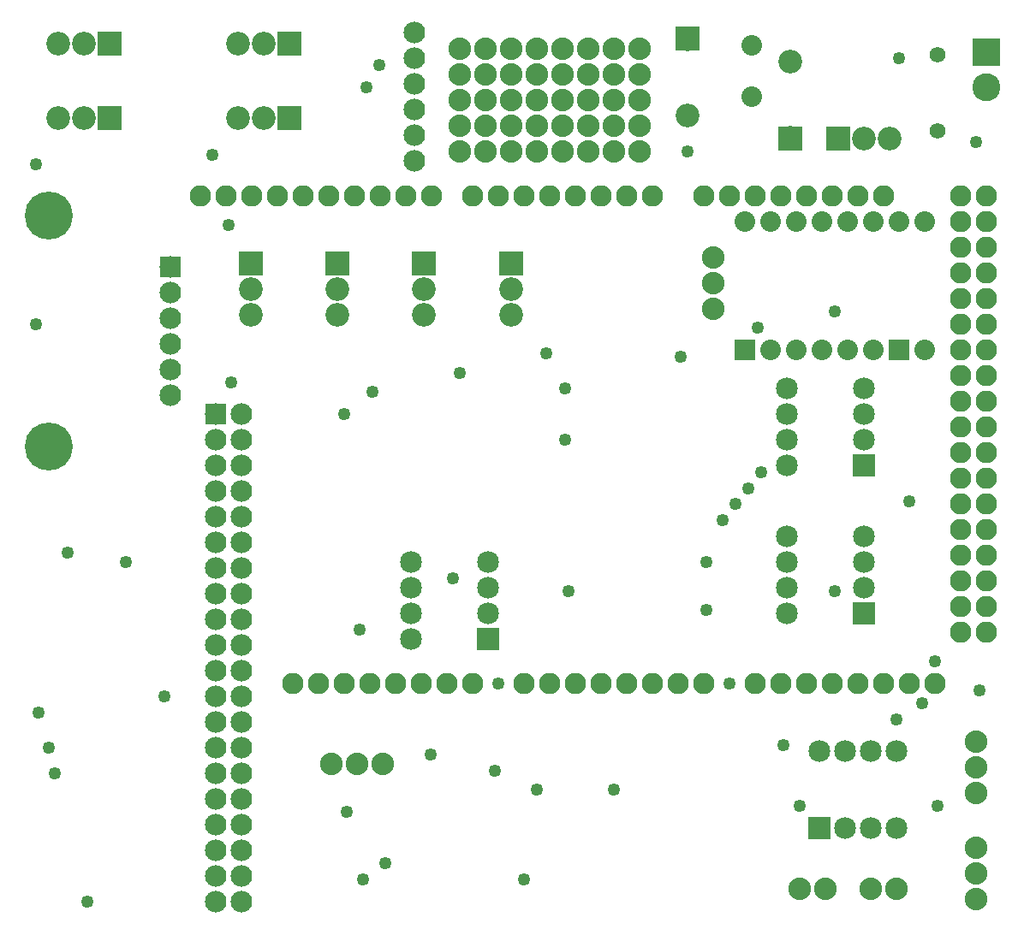
<source format=gbs>
G04 MADE WITH FRITZING*
G04 WWW.FRITZING.ORG*
G04 DOUBLE SIDED*
G04 HOLES PLATED*
G04 CONTOUR ON CENTER OF CONTOUR VECTOR*
%ASAXBY*%
%FSLAX23Y23*%
%MOIN*%
%OFA0B0*%
%SFA1.0B1.0*%
%ADD10C,0.049370*%
%ADD11C,0.080000*%
%ADD12C,0.084000*%
%ADD13C,0.085000*%
%ADD14C,0.187165*%
%ADD15C,0.088000*%
%ADD16C,0.082917*%
%ADD17C,0.092000*%
%ADD18C,0.061496*%
%ADD19C,0.109055*%
%ADD20R,0.085000X0.085000*%
%ADD21R,0.084000X0.084000*%
%ADD22R,0.080000X0.080000*%
%ADD23R,0.092000X0.092000*%
%ADD24R,0.109055X0.109055*%
%LNMASK0*%
G90*
G70*
G54D10*
X207Y1663D03*
X282Y301D03*
X94Y1038D03*
X2157Y1513D03*
X3432Y1013D03*
X3757Y1126D03*
X832Y2938D03*
X1282Y2201D03*
G54D11*
X2869Y3638D03*
X2869Y3438D03*
G54D10*
X157Y801D03*
X132Y901D03*
X1444Y451D03*
X1869Y813D03*
X2332Y738D03*
X1619Y876D03*
X1294Y651D03*
G54D12*
X1557Y3688D03*
X1557Y3588D03*
X1557Y3488D03*
X1557Y3388D03*
X1557Y3288D03*
X1557Y3188D03*
X1557Y3688D03*
X1557Y3588D03*
X1557Y3488D03*
X1557Y3388D03*
X1557Y3288D03*
X1557Y3188D03*
G54D13*
X1844Y1326D03*
X1544Y1326D03*
X1844Y1426D03*
X1544Y1426D03*
X1844Y1526D03*
X1544Y1526D03*
X1844Y1626D03*
X1544Y1626D03*
G54D10*
X432Y1626D03*
X3057Y676D03*
X3582Y1238D03*
G54D13*
X3307Y1426D03*
X3007Y1426D03*
X3307Y1526D03*
X3007Y1526D03*
X3307Y1626D03*
X3007Y1626D03*
X3307Y1726D03*
X3007Y1726D03*
X3307Y2001D03*
X3007Y2001D03*
X3307Y2101D03*
X3007Y2101D03*
X3307Y2201D03*
X3007Y2201D03*
X3307Y2301D03*
X3007Y2301D03*
G54D10*
X2619Y3226D03*
X1732Y2363D03*
X2069Y2438D03*
X1394Y2288D03*
X2807Y1851D03*
X2757Y1788D03*
X2857Y1913D03*
X2907Y1976D03*
X769Y3213D03*
X1369Y3476D03*
X1419Y3563D03*
X3594Y676D03*
X3532Y1076D03*
X2594Y2426D03*
X1357Y388D03*
G54D14*
X132Y2076D03*
X132Y2976D03*
G54D10*
X1982Y388D03*
X3194Y1513D03*
X1344Y1363D03*
X1882Y1151D03*
X82Y3176D03*
X2994Y913D03*
X582Y1101D03*
X2782Y1151D03*
X1707Y1563D03*
X3744Y3263D03*
X3194Y2601D03*
G54D12*
X607Y2776D03*
X607Y2676D03*
X607Y2576D03*
X607Y2476D03*
X607Y2376D03*
X607Y2276D03*
G54D10*
X2144Y2301D03*
X2144Y2101D03*
X3482Y1863D03*
X844Y2326D03*
G54D11*
X3544Y2951D03*
X3544Y2451D03*
X3444Y2951D03*
X3444Y2451D03*
X3344Y2951D03*
X3344Y2451D03*
X3244Y2951D03*
X3244Y2451D03*
X3144Y2951D03*
X3144Y2451D03*
X3044Y2951D03*
X3044Y2451D03*
X2944Y2951D03*
X2944Y2451D03*
X2844Y2951D03*
X2844Y2451D03*
G54D10*
X3444Y3588D03*
X2032Y738D03*
G54D15*
X1732Y3226D03*
X1732Y3326D03*
X1732Y3426D03*
X1732Y3526D03*
X1732Y3626D03*
X2432Y3226D03*
X2432Y3326D03*
X2432Y3426D03*
X2432Y3526D03*
X2432Y3626D03*
X2232Y3626D03*
X2232Y3526D03*
X2232Y3426D03*
X2032Y3426D03*
X2032Y3626D03*
X2032Y3526D03*
X2032Y3226D03*
X2032Y3326D03*
X1832Y3526D03*
X1832Y3626D03*
X2332Y3226D03*
X1932Y3626D03*
X1932Y3426D03*
X1932Y3226D03*
X1932Y3326D03*
X2332Y3626D03*
X2332Y3526D03*
X2332Y3426D03*
X1832Y3226D03*
X1832Y3326D03*
X2132Y3426D03*
X1932Y3526D03*
X2132Y3226D03*
X2132Y3326D03*
X1432Y838D03*
X1332Y838D03*
X1232Y838D03*
X2132Y3626D03*
X2132Y3526D03*
X2332Y3326D03*
X1832Y3426D03*
X2232Y3226D03*
X2232Y3326D03*
G54D10*
X2894Y2538D03*
X82Y2551D03*
G54D13*
X3132Y588D03*
X3132Y888D03*
X3232Y588D03*
X3232Y888D03*
X3332Y588D03*
X3332Y888D03*
X3432Y588D03*
X3432Y888D03*
G54D12*
X882Y2201D03*
X882Y2101D03*
X882Y2001D03*
X882Y1901D03*
X882Y1801D03*
X882Y1701D03*
X882Y1601D03*
X882Y1501D03*
X882Y1401D03*
X882Y1301D03*
X882Y1201D03*
X882Y1101D03*
X882Y1001D03*
X882Y901D03*
X882Y801D03*
X882Y701D03*
X882Y601D03*
X882Y501D03*
X882Y401D03*
X882Y301D03*
X782Y2201D03*
X782Y2101D03*
X782Y2001D03*
X782Y1901D03*
X782Y1801D03*
X782Y1701D03*
X782Y1601D03*
X782Y1501D03*
X782Y1401D03*
X782Y1301D03*
X782Y1201D03*
X782Y1101D03*
X782Y1001D03*
X782Y901D03*
X782Y801D03*
X782Y701D03*
X782Y601D03*
X782Y501D03*
X782Y401D03*
X782Y301D03*
G54D16*
X2982Y1151D03*
X1382Y1151D03*
X3082Y1151D03*
X3182Y1151D03*
X3282Y1151D03*
X3382Y1151D03*
X3682Y2551D03*
X3482Y1151D03*
X3582Y1151D03*
X1422Y3051D03*
X1982Y1151D03*
X2082Y1151D03*
X2182Y1151D03*
X2282Y1151D03*
X3682Y1751D03*
X2382Y1151D03*
X2482Y1151D03*
X2582Y1151D03*
X2682Y1151D03*
X2182Y3051D03*
X3682Y2951D03*
X3682Y2151D03*
X3682Y1351D03*
X1022Y3051D03*
X1782Y1151D03*
X1782Y3051D03*
X3682Y2751D03*
X3682Y2351D03*
X3682Y1951D03*
X3382Y3051D03*
X3682Y1551D03*
X3282Y3051D03*
X3182Y3051D03*
X3082Y3051D03*
X2982Y3051D03*
X2882Y3051D03*
X2782Y3051D03*
X2682Y3051D03*
X822Y3051D03*
X1222Y3051D03*
X1622Y3051D03*
X1182Y1151D03*
X1582Y1151D03*
X2382Y3051D03*
X1982Y3051D03*
X3682Y3051D03*
X3682Y2851D03*
X3682Y2651D03*
X3682Y2451D03*
X3682Y2251D03*
X3682Y2051D03*
X3682Y1851D03*
X3682Y1651D03*
X3682Y1451D03*
X722Y3051D03*
X922Y3051D03*
X1122Y3051D03*
X1322Y3051D03*
X1522Y3051D03*
X1082Y1151D03*
X1282Y1151D03*
X1482Y1151D03*
X1682Y1151D03*
X2482Y3051D03*
X2282Y3051D03*
X2082Y3051D03*
X1882Y3051D03*
X3782Y3051D03*
X3782Y2951D03*
X3782Y2851D03*
X3782Y2751D03*
X3782Y2651D03*
X3782Y2551D03*
X3782Y2451D03*
X3782Y2351D03*
X3782Y2251D03*
X3782Y2151D03*
X3782Y2051D03*
X3782Y1951D03*
X3782Y1851D03*
X3782Y1751D03*
X3782Y1651D03*
X3782Y1551D03*
X3782Y1451D03*
X3782Y1351D03*
X2882Y1151D03*
G54D17*
X1257Y2788D03*
X1257Y2688D03*
X1257Y2588D03*
X1932Y2788D03*
X1932Y2688D03*
X1932Y2588D03*
X1594Y2788D03*
X1594Y2688D03*
X1594Y2588D03*
X919Y2788D03*
X919Y2688D03*
X919Y2588D03*
G54D15*
X3744Y313D03*
X3744Y413D03*
X3744Y513D03*
X3744Y926D03*
X3744Y826D03*
X3744Y726D03*
X2719Y2813D03*
X2719Y2713D03*
X2719Y2613D03*
X3057Y351D03*
X3157Y351D03*
X3432Y351D03*
X3332Y351D03*
G54D17*
X3207Y3276D03*
X3307Y3276D03*
X3407Y3276D03*
X2619Y3663D03*
X2619Y3365D03*
X3019Y3278D03*
X3019Y3576D03*
G54D18*
X3594Y3305D03*
X3594Y3601D03*
G54D17*
X369Y3357D03*
X269Y3357D03*
X169Y3357D03*
X1069Y3645D03*
X969Y3645D03*
X869Y3645D03*
X369Y3645D03*
X269Y3645D03*
X169Y3645D03*
X1069Y3357D03*
X969Y3357D03*
X869Y3357D03*
G54D19*
X3782Y3613D03*
X3782Y3476D03*
G54D10*
X2694Y1438D03*
X2694Y1626D03*
G54D20*
X1844Y1326D03*
X3307Y1426D03*
X3307Y2001D03*
G54D21*
X607Y2776D03*
G54D22*
X2844Y2451D03*
X3444Y2451D03*
G54D20*
X3132Y588D03*
G54D21*
X782Y2201D03*
G54D23*
X1257Y2788D03*
X1932Y2788D03*
X1594Y2788D03*
X919Y2788D03*
X3207Y3276D03*
X2619Y3664D03*
X3019Y3277D03*
X369Y3357D03*
X1069Y3645D03*
X369Y3645D03*
X1069Y3357D03*
G54D24*
X3782Y3613D03*
G04 End of Mask0*
M02*
</source>
